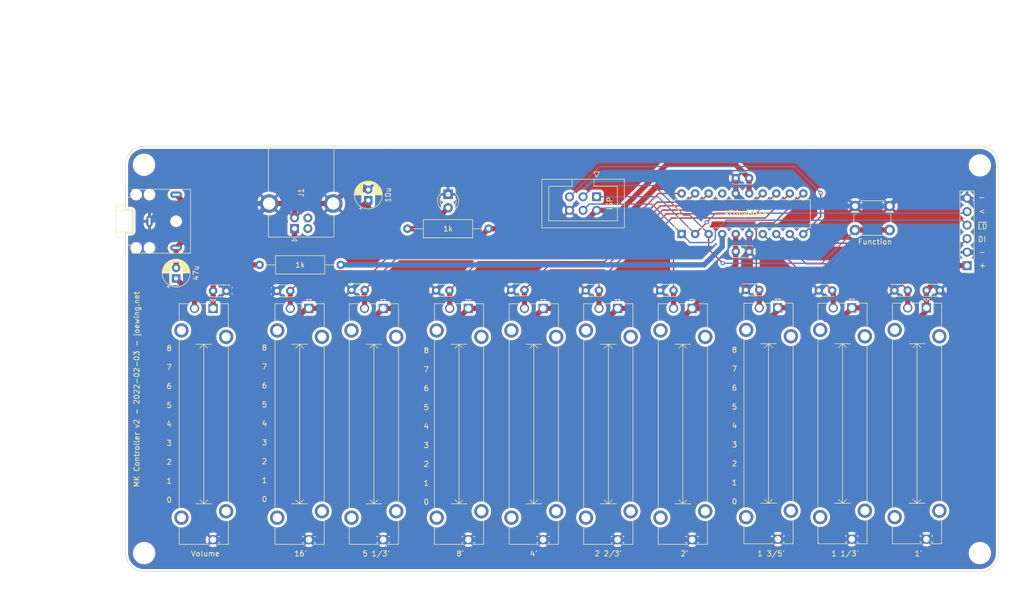
<source format=kicad_pcb>
(kicad_pcb (version 20211014) (generator pcbnew)
  (layers (0 "F.Cu" signal) (31 "B.Cu" signal) (34 "B.Paste" user) (35 "F.Paste" user) (36 "B.SilkS" user "B.Silkscreen") (37 "F.SilkS" user "F.Silkscreen") (38 "B.Mask" user) (39 "F.Mask" user) (44 "Edge.Cuts" user))
  (net 0 "")
  (net 1 "GND")
  (net 2 "AUDIO_OUT")
  (net 3 "VCC")
  (net 4 "Net-(C4-Pad1)")
  (net 6 "~{RESET}")
  (net 8 "PB1")
  (net 9 "PB2")
  (net 10 "PB0")
  (net 11 "Net-(C3-Pad1)")
  (net 12 "Net-(D1-Pad2)")
  (net 13 "Net-(U2-Pad4)")
  (net 14 "KEYS")
  (net 15 "STOP0")
  (net 16 "STOP6")
  (net 17 "STOP1")
  (net 18 "STOP7")
  (net 19 "STOP2")
  (net 20 "STOP8")
  (net 22 "STOP3")
  (net 23 "STOP4")
  (net 24 "STOP5")
  (footprint "Package_DIP:DIP-20_W7.62mm" (layer "F.Cu") (at 146.475 77.7 90)
    (fp_text reference "U2" hide)
    (fp_text value "ATtiny861A" (at 3.9 12.025 180) (layer "F.SilkS"))
    (pad "1" thru_hole rect (at 0 0 90) (size 1.6 1.6) (drill 0.8) (layers *.Cu *.Mask) (net 10 "PB0"))
    (pad "2" thru_hole oval (at 0 2.54 90) (size 1.6 1.6) (drill 0.8) (layers *.Cu *.Mask) (net 8 "PB1"))
    (pad "3" thru_hole oval (at 0 5.08 90) (size 1.6 1.6) (drill 0.8) (layers *.Cu *.Mask) (net 9 "PB2"))
    (pad "4" thru_hole oval (at 0 7.62 90) (size 1.6 1.6) (drill 0.8) (layers *.Cu *.Mask) (net 13 "Net-(U2-Pad4)"))
    (pad "5" thru_hole oval (at 0 10.16 90) (size 1.6 1.6) (drill 0.8) (layers *.Cu *.Mask) (net 3 "VCC"))
    (pad "6" thru_hole oval (at 0 12.7 90) (size 1.6 1.6) (drill 0.8) (layers *.Cu *.Mask) (net 1 "GND"))
    (pad "7" thru_hole oval (at 0 15.24 90) (size 1.6 1.6) (drill 0.8) (layers *.Cu *.Mask) (net 18 "STOP7"))
    (pad "8" thru_hole oval (at 0 17.78 90) (size 1.6 1.6) (drill 0.8) (layers *.Cu *.Mask) (net 20 "STOP8"))
    (pad "9" thru_hole oval (at 0 20.32 90) (size 1.6 1.6) (drill 0.8) (layers *.Cu *.Mask) (net 14 "KEYS"))
    (pad "10" thru_hole oval (at 0 22.86 90) (size 1.6 1.6) (drill 0.8) (layers *.Cu *.Mask) (net 6 "~{RESET}"))
    (pad "11" thru_hole oval (at 7.62 22.86 90) (size 1.6 1.6) (drill 0.8) (layers *.Cu *.Mask) (net 16 "STOP6"))
    (pad "12" thru_hole oval (at 7.62 20.32 90) (size 1.6 1.6) (drill 0.8) (layers *.Cu *.Mask) (net 24 "STOP5"))
    (pad "13" thru_hole oval (at 7.62 17.78 90) (size 1.6 1.6) (drill 0.8) (layers *.Cu *.Mask) (net 23 "STOP4"))
    (pad "14" thru_hole oval (at 7.62 15.24 90) (size 1.6 1.6) (drill 0.8) (layers *.Cu *.Mask) (net 22 "STOP3"))
    (pad "15" thru_hole oval (at 7.62 12.7 90) (size 1.6 1.6) (drill 0.8) (layers *.Cu *.Mask) (net 3 "VCC"))
    (pad "16" thru_hole oval (at 7.62 10.16 90) (size 1.6 1.6) (drill 0.8) (layers *.Cu *.Mask) (net 1 "GND"))
    (pad "17" thru_hole oval (at 7.62 7.62 90) (size 1.6 1.6) (drill 0.8) (layers *.Cu *.Mask))
    (pad "18" thru_hole oval (at 7.62 5.08 90) (size 1.6 1.6) (drill 0.8) (layers *.Cu *.Mask) (net 19 "STOP2"))
    (pad "19" thru_hole oval (at 7.62 2.54 90) (size 1.6 1.6) (drill 0.8) (layers *.Cu *.Mask) (net 17 "STOP1"))
    (pad "20" thru_hole oval (at 7.62 0 90) (size 1.6 1.6) (drill 0.8) (layers *.Cu *.Mask) (net 15 "STOP0"))
  )
  (footprint "Resistor_THT:R_Axial_DIN0309_L9.0mm_D3.2mm_P15.24mm_Horizontal" (layer "F.Cu") (at 110.2 76.7 180)
    (fp_text reference "R1" hide)
    (fp_text value "1k" (at 7.62 0 180) (layer "F.SilkS"))
    (pad "1" thru_hole circle (at 0 0 180) (size 1.6 1.6) (drill 0.8) (layers *.Cu *.Mask) (net 3 "VCC"))
    (pad "2" thru_hole oval (at 15.24 0 180) (size 1.6 1.6) (drill 0.8) (layers *.Cu *.Mask) (net 12 "Net-(D1-Pad2)"))
  )
  (footprint "Capacitor_THT:C_Disc_D3.0mm_W2.0mm_P2.50mm" (layer "F.Cu") (at 116.95 88.2 180)
    (fp_text reference "C9" hide)
    (fp_text value "0.1u" hide)
    (pad "1" thru_hole circle (at 0 0 180) (size 1.6 1.6) (drill 0.8) (layers *.Cu *.Mask) (net 22 "STOP3"))
    (pad "2" thru_hole circle (at 2.5 0 180) (size 1.6 1.6) (drill 0.8) (layers *.Cu *.Mask) (net 1 "GND"))
  )
  (footprint "Capacitor_THT:C_Disc_D3.0mm_W2.0mm_P2.50mm" (layer "F.Cu") (at 102.85 88.3 180)
    (fp_text reference "C8" hide)
    (fp_text value "0.1u" hide)
    (pad "1" thru_hole circle (at 0 0 180) (size 1.6 1.6) (drill 0.8) (layers *.Cu *.Mask) (net 19 "STOP2"))
    (pad "2" thru_hole circle (at 2.5 0 180) (size 1.6 1.6) (drill 0.8) (layers *.Cu *.Mask) (net 1 "GND"))
  )
  (footprint "Button_Switch_THT:SW_PUSH_6mm" (layer "F.Cu") (at 179.05 72.45)
    (fp_text reference "SW17" hide)
    (fp_text value "Function" (at 3.75 6.7) (layer "F.SilkS"))
    (pad "1" thru_hole circle (at 0 0 90) (size 2 2) (drill 1.1) (layers *.Cu *.Mask) (net 1 "GND"))
    (pad "1" thru_hole circle (at 6.5 0 90) (size 2 2) (drill 1.1) (layers *.Cu *.Mask) (net 1 "GND"))
    (pad "2" thru_hole circle (at 6.5 4.5 90) (size 2 2) (drill 1.1) (layers *.Cu *.Mask) (net 9 "PB2"))
    (pad "2" thru_hole circle (at 0 4.5 90) (size 2 2) (drill 1.1) (layers *.Cu *.Mask) (net 9 "PB2"))
  )
  (footprint "Potentiometer_THT:Potentiometer_Bourns_PTA3043_Single_Slide" (layer "F.Cu") (at 134.45 91.68 -90)
    (fp_text reference "RV9" hide)
    (fp_text value "2 2/3'" (at 46.12 1.75 unlocked) (layer "F.SilkS"))
    (pad "1" thru_hole rect (at 0 0 270) (size 1.75 1.75) (drill 1.2) (layers *.Cu *.Mask) (net 3 "VCC"))
    (pad "2" thru_hole circle (at 0 3.5 270) (size 1.75 1.75) (drill 1.2) (layers *.Cu *.Mask) (net 23 "STOP4"))
    (pad "3" thru_hole circle (at 43.5 0 270) (size 1.75 1.75) (drill 1.2) (layers *.Cu *.Mask) (net 1 "GND"))
    (pad "MP" thru_hole circle (at 5.35 -2.45 270) (size 2.7 2.7) (drill 1.7) (layers *.Cu *.Mask))
    (pad "MP" thru_hole circle (at 39.35 5.95 270) (size 2.7 2.7) (drill 1.7) (layers *.Cu *.Mask))
    (pad "MP" thru_hole circle (at 38.15 -2.45 270) (size 2.7 2.7) (drill 1.7) (layers *.Cu *.Mask))
    (pad "MP" thru_hole circle (at 4.15 5.95 270) (size 2.7 2.7) (drill 1.7) (layers *.Cu *.Mask))
  )
  (footprint "Potentiometer_THT:Potentiometer_Bourns_PTA3043_Single_Slide" (layer "F.Cu") (at 164.55 91.58 -90)
    (fp_text reference "RV3" hide)
    (fp_text value "1 3/5'" (at 46.22 1.25 unlocked) (layer "F.SilkS"))
    (pad "1" thru_hole rect (at 0 0 270) (size 1.75 1.75) (drill 1.2) (layers *.Cu *.Mask) (net 3 "VCC"))
    (pad "2" thru_hole circle (at 0 3.5 270) (size 1.75 1.75) (drill 1.2) (layers *.Cu *.Mask) (net 16 "STOP6"))
    (pad "3" thru_hole circle (at 43.5 0 270) (size 1.75 1.75) (drill 1.2) (layers *.Cu *.Mask) (net 1 "GND"))
    (pad "MP" thru_hole circle (at 38.15 -2.45 270) (size 2.7 2.7) (drill 1.7) (layers *.Cu *.Mask))
    (pad "MP" thru_hole circle (at 39.35 5.95 270) (size 2.7 2.7) (drill 1.7) (layers *.Cu *.Mask))
    (pad "MP" thru_hole circle (at 4.15 5.95 270) (size 2.7 2.7) (drill 1.7) (layers *.Cu *.Mask))
    (pad "MP" thru_hole circle (at 5.35 -2.45 270) (size 2.7 2.7) (drill 1.7) (layers *.Cu *.Mask))
  )
  (footprint "Capacitor_THT:C_Disc_D3.0mm_W2.0mm_P2.50mm" (layer "F.Cu") (at 144.95 88.3 180)
    (fp_text reference "C11" hide)
    (fp_text value "0.1u" hide)
    (pad "1" thru_hole circle (at 0 0 180) (size 1.6 1.6) (drill 0.8) (layers *.Cu *.Mask) (net 24 "STOP5"))
    (pad "2" thru_hole circle (at 2.5 0 180) (size 1.6 1.6) (drill 0.8) (layers *.Cu *.Mask) (net 1 "GND"))
  )
  (footprint "Connector_IDC:IDC-Header_2x03_P2.54mm_Vertical" (layer "F.Cu") (at 130.5 70.7 -90)
    (fp_text reference "J2" hide)
    (fp_text value "ISP" (at 1.2525 -2.455 90) (layer "F.SilkS"))
    (pad "1" thru_hole roundrect (at 0 0 270) (size 1.7 1.7) (drill 1) (layers *.Cu *.Mask) (roundrect_rratio 0.1470588235) (net 8 "PB1"))
    (pad "2" thru_hole circle (at 2.54 0 270) (size 1.7 1.7) (drill 1) (layers *.Cu *.Mask) (net 3 "VCC"))
    (pad "3" thru_hole circle (at 0 2.54 270) (size 1.7 1.7) (drill 1) (layers *.Cu *.Mask) (net 9 "PB2"))
    (pad "4" thru_hole circle (at 2.54 2.54 270) (size 1.7 1.7) (drill 1) (layers *.Cu *.Mask) (net 10 "PB0"))
    (pad "5" thru_hole circle (at 0 5.08 270) (size 1.7 1.7) (drill 1) (layers *.Cu *.Mask) (net 6 "~{RESET}"))
    (pad "6" thru_hole circle (at 2.54 5.08 270) (size 1.7 1.7) (drill 1) (layers *.Cu *.Mask) (net 1 "GND"))
  )
  (footprint "Connector_USB:USB_B_OST_USB-B1HSxx_Horizontal" (layer "F.Cu") (at 73.75 76.6775 90)
    (fp_text reference "J1" (at 6.76 1.25 90) (layer "F.SilkS"))
    (fp_text value "USB_B" hide)
    (pad "1" thru_hole rect (at 0 0 90) (size 1.7 1.7) (drill 0.92) (layers *.Cu *.Mask) (net 3 "VCC"))
    (pad "2" thru_hole circle (at 0 2.5 90) (size 1.7 1.7) (drill 0.92) (layers *.Cu *.Mask))
    (pad "3" thru_hole circle (at 2 2.5 90) (size 1.7 1.7) (drill 0.92) (layers *.Cu *.Mask))
    (pad "4" thru_hole circle (at 2 0 90) (size 1.7 1.7) (drill 0.92) (layers *.Cu *.Mask) (net 1 "GND"))
    (pad "5" thru_hole circle (at 4.71 7.27 90) (size 3.5 3.5) (drill 2.33) (layers *.Cu *.Mask) (net 1 "GND"))
    (pad "5" thru_hole circle (at 4.71 -4.77 90) (size 3.5 3.5) (drill 2.33) (layers *.Cu *.Mask) (net 1 "GND"))
  )
  (footprint "Capacitor_THT:C_Disc_D3.0mm_W2.0mm_P2.50mm" (layer "F.Cu") (at 86.95 88.2 180)
    (fp_text reference "C7" hide)
    (fp_text value "0.1u" hide)
    (pad "1" thru_hole circle (at 0 0 180) (size 1.6 1.6) (drill 0.8) (layers *.Cu *.Mask) (net 17 "STOP1"))
    (pad "2" thru_hole circle (at 2.5 0 180) (size 1.6 1.6) (drill 0.8) (layers *.Cu *.Mask) (net 1 "GND"))
  )
  (footprint "Capacitor_THT:C_Disc_D3.0mm_W2.0mm_P2.50mm" (layer "F.Cu") (at 174.75 88.3 180)
    (fp_text reference "C13" hide)
    (fp_text value "0.1u" hide)
    (pad "1" thru_hole circle (at 0 0 180) (size 1.6 1.6) (drill 0.8) (layers *.Cu *.Mask) (net 18 "STOP7"))
    (pad "2" thru_hole circle (at 2.5 0 180) (size 1.6 1.6) (drill 0.8) (layers *.Cu *.Mask) (net 1 "GND"))
  )
  (footprint "Potentiometer_THT:Potentiometer_Bourns_PTA3043_Single_Slide" (layer "F.Cu") (at 120.45 91.68 -90)
    (fp_text reference "RV8" hide)
    (fp_text value "4'" (at 46.12 1.75 unlocked) (layer "F.SilkS"))
    (pad "1" thru_hole rect (at 0 0 270) (size 1.75 1.75) (drill 1.2) (layers *.Cu *.Mask) (net 3 "VCC"))
    (pad "2" thru_hole circle (at 0 3.5 270) (size 1.75 1.75) (drill 1.2) (layers *.Cu *.Mask) (net 22 "STOP3"))
    (pad "3" thru_hole circle (at 43.5 0 270) (size 1.75 1.75) (drill 1.2) (layers *.Cu *.Mask) (net 1 "GND"))
    (pad "MP" thru_hole circle (at 38.15 -2.45 270) (size 2.7 2.7) (drill 1.7) (layers *.Cu *.Mask))
    (pad "MP" thru_hole circle (at 5.35 -2.45 270) (size 2.7 2.7) (drill 1.7) (layers *.Cu *.Mask))
    (pad "MP" thru_hole circle (at 39.35 5.95 270) (size 2.7 2.7) (drill 1.7) (layers *.Cu *.Mask))
    (pad "MP" thru_hole circle (at 4.15 5.95 270) (size 2.7 2.7) (drill 1.7) (layers *.Cu *.Mask))
  )
  (footprint "LED_THT:LED_D3.0mm" (layer "F.Cu") (at 102.6 70.225 -90)
    (fp_text reference "D1" hide)
    (fp_text value "LED" hide)
    (pad "1" thru_hole rect (at 0 0 270) (size 1.8 1.8) (drill 0.9) (layers *.Cu *.Mask) (net 1 "GND"))
    (pad "2" thru_hole circle (at 2.54 0 270) (size 1.8 1.8) (drill 0.9) (layers *.Cu *.Mask) (net 12 "Net-(D1-Pad2)"))
  )
  (footprint "Capacitor_THT:C_Disc_D3.0mm_W2.0mm_P2.50mm" (layer "F.Cu") (at 161.05 88.2 180)
    (fp_text reference "C12" hide)
    (fp_text value "0.1u" hide)
    (pad "1" thru_hole circle (at 0 0 180) (size 1.6 1.6) (drill 0.8) (layers *.Cu *.Mask) (net 16 "STOP6"))
    (pad "2" thru_hole circle (at 2.5 0 180) (size 1.6 1.6) (drill 0.8) (layers *.Cu *.Mask) (net 1 "GND"))
  )
  (footprint "Capacitor_THT:C_Disc_D3.0mm_W2.0mm_P2.50mm" (layer "F.Cu") (at 188.95 88.3 180)
    (fp_text reference "C14" hide)
    (fp_text value "0.1u" hide)
    (pad "1" thru_hole circle (at 0 0 180) (size 1.6 1.6) (drill 0.8) (layers *.Cu *.Mask) (net 20 "STOP8"))
    (pad "2" thru_hole circle (at 2.5 0 180) (size 1.6 1.6) (drill 0.8) (layers *.Cu *.Mask) (net 1 "GND"))
  )
  (footprint "Potentiometer_THT:Potentiometer_Bourns_PTA3043_Single_Slide" (layer "F.Cu") (at 76.45 91.68 -90)
    (fp_text reference "RV2" hide)
    (fp_text value "16'" (at 46.12 1.55 unlocked) (layer "F.SilkS"))
    (pad "1" thru_hole rect (at 0 0 270) (size 1.75 1.75) (drill 1.2) (layers *.Cu *.Mask) (net 3 "VCC"))
    (pad "2" thru_hole circle (at 0 3.5 270) (size 1.75 1.75) (drill 1.2) (layers *.Cu *.Mask) (net 15 "STOP0"))
    (pad "3" thru_hole circle (at 43.5 0 270) (size 1.75 1.75) (drill 1.2) (layers *.Cu *.Mask) (net 1 "GND"))
    (pad "MP" thru_hole circle (at 38.15 -2.45 270) (size 2.7 2.7) (drill 1.7) (layers *.Cu *.Mask))
    (pad "MP" thru_hole circle (at 39.35 5.95 270) (size 2.7 2.7) (drill 1.7) (layers *.Cu *.Mask))
    (pad "MP" thru_hole circle (at 4.15 5.95 270) (size 2.7 2.7) (drill 1.7) (layers *.Cu *.Mask))
    (pad "MP" thru_hole circle (at 5.35 -2.45 270) (size 2.7 2.7) (drill 1.7) (layers *.Cu *.Mask))
  )
  (footprint "Capacitor_THT:C_Disc_D3.0mm_W2.0mm_P2.50mm" (layer "F.Cu") (at 130.95 88.3 180)
    (fp_text reference "C10" hide)
    (fp_text value "0.1u" hide)
    (pad "1" thru_hole circle (at 0 0 180) (size 1.6 1.6) (drill 0.8) (layers *.Cu *.Mask) (net 23 "STOP4"))
    (pad "2" thru_hole circle (at 2.5 0 180) (size 1.6 1.6) (drill 0.8) (layers *.Cu *.Mask) (net 1 "GND"))
  )
  (footprint "Capacitor_THT:C_Disc_D3.0mm_W2.0mm_P2.50mm" (layer "F.Cu") (at 72.95 88.4 180)
    (fp_text reference "C6" hide)
    (fp_text value "0.1u" hide)
    (pad "1" thru_hole circle (at 0 0 180) (size 1.6 1.6) (drill 0.8) (layers *.Cu *.Mask) (net 15 "STOP0"))
    (pad "2" thru_hole circle (at 2.5 0 180) (size 1.6 1.6) (drill 0.8) (layers *.Cu *.Mask) (net 1 "GND"))
  )
  (footprint "Connector_PinHeader_2.54mm:PinHeader_1x06_P2.54mm_Vertical" (layer "F.Cu") (at 200.1 83.65 180)
    (fp_text reference "J4" hide)
    (fp_text value "Keys" hide)
    (pad "1" thru_hole rect (at 0 0 180) (size 1.7 1.7) (drill 1) (layers *.Cu *.Mask) (net 3 "VCC"))
    (pad "2" thru_hole oval (at 0 2.54 180) (size 1.7 1.7) (drill 1) (layers *.Cu *.Mask) (net 1 "GND"))
    (pad "3" thru_hole oval (at 0 5.08 180) (size 1.7 1.7) (drill 1) (layers *.Cu *.Mask) (net 14 "KEYS"))
    (pad "4" thru_hole oval (at 0 7.62 180) (size 1.7 1.7) (drill 1) (layers *.Cu *.Mask) (net 10 "PB0"))
    (pad "5" thru_hole oval (at 0 10.16 180) (size 1.7 1.7) (drill 1) (layers *.Cu *.Mask) (net 8 "PB1"))
    (pad "6" thru_hole oval (at 0 12.7 180) (size 1.7 1.7) (drill 1) (layers *.Cu *.Mask) (net 1 "GND"))
  )
  (footprint "Capacitor_THT:CP_Radial_D5.0mm_P2.00mm" (layer "F.Cu") (at 51.5 86.055113 90)
    (fp_text reference "C4" hide)
    (fp_text value "47u" (at 1 3.75 90) (layer "F.SilkS"))
    (pad "1" thru_hole rect (at 0 0 90) (size 1.6 1.6) (drill 0.8) (layers *.Cu *.Mask) (net 4 "Net-(C4-Pad1)"))
    (pad "2" thru_hole circle (at 2 0 90) (size 1.6 1.6) (drill 0.8) (layers *.Cu *.Mask) (net 2 "AUDIO_OUT"))
  )
  (footprint "Capacitor_THT:CP_Radial_D5.0mm_P2.00mm" (layer "F.Cu") (at 87.6 71.355113 90)
    (fp_text reference "C1" hide)
    (fp_text value "10u" (at 1 3.75 90) (layer "F.SilkS"))
    (pad "1" thru_hole rect (at 0 0 90) (size 1.6 1.6) (drill 0.8) (layers *.Cu *.Mask) (net 3 "VCC"))
    (pad "2" thru_hole circle (at 2 0 90) (size 1.6 1.6) (drill 0.8) (layers *.Cu *.Mask) (net 1 "GND"))
  )
  (footprint "MountingHole:MountingHole_3.2mm_M3" (layer "F.Cu") (at 45.47496 64.67487)
    (fp_text reference "H1" hide)
    (fp_text value "MountingHole" hide)
    (pad "" np_thru_hole circle (at 0 0) (size 3.2 3.2) (drill 3.2) (layers *.Cu *.Mask))
  )
  (footprint "Capacitor_THT:C_Disc_D3.0mm_W2.0mm_P2.50mm" (layer "F.Cu") (at 159.15 67.2 180)
    (fp_text reference "C5" hide)
    (fp_text value "0.1u" hide)
    (pad "1" thru_hole circle (at 0 0 180) (size 1.6 1.6) (drill 0.8) (layers *.Cu *.Mask) (net 3 "VCC"))
    (pad "2" thru_hole circle (at 2.5 0 180) (size 1.6 1.6) (drill 0.8) (layers *.Cu *.Mask) (net 1 "GND"))
  )
  (footprint "Capacitor_THT:C_Disc_D3.0mm_W2.0mm_P2.50mm" (layer "F.Cu") (at 58.45 88.4)
    (fp_text reference "C3" hide)
    (fp_text value "0.1u" hide)
    (pad "1" thru_hole circle (at 0 0) (size 1.6 1.6) (drill 0.8) (layers *.Cu *.Mask) (net 11 "Net-(C3-Pad1)"))
    (pad "2" thru_hole circle (at 2.5 0) (size 1.6 1.6) (drill 0.8) (layers *.Cu *.Mask) (net 1 "GND"))
  )
  (footprint "Capacitor_THT:C_Disc_D3.0mm_W2.0mm_P2.50mm" (layer "F.Cu") (at 156.65 81)
    (fp_text reference "C2" hide)
    (fp_text value "0.1u" hide)
    (pad "1" thru_hole circle (at 0 0) (size 1.6 1.6) (drill 0.8) (layers *.Cu *.Mask) (net 3 "VCC"))
    (pad "2" thru_hole circle (at 2.5 0) (size 1.6 1.6) (drill 0.8) (layers *.Cu *.Mask) (net 1 "GND"))
  )
  (footprint "MountingHole:MountingHole_3.2mm_M3" (layer "F.Cu") (at 202.5 137.7)
    (fp_text reference "H3" hide)
    (fp_text value "MountingHole" hide)
    (pad "" np_thru_hole circle (at 0 0) (size 3.2 3.2) (drill 3.2) (layers *.Cu *.Mask))
  )
  (footprint "Capacitor_THT:C_Disc_D3.0mm_W2.0mm_P2.50mm" (layer "F.Cu") (at 192.5 88.3)
    (fp_text reference "C15" hide)
    (fp_text value "0.1u" hide)
    (pad "1" thru_hole circle (at 0 0) (size 1.6 1.6) (drill 0.8) (layers *.Cu *.Mask) (net 3 "VCC"))
    (pad "2" thru_hole circle (at 2.5 0) (size 1.6 1.6) (drill 0.8) (layers *.Cu *.Mask) (net 1 "GND"))
  )
  (footprint "Potentiometer_THT:Potentiometer_Bourns_PTA3043_Single_Slide" (layer "F.Cu") (at 178.45 91.58 -90)
    (fp_text reference "RV5" hide)
    (fp_text value "1 1/3'" (at 46.22 1.25 unlocked) (layer "F.SilkS"))
    (pad "1" thru_hole rect (at 0 0 270) (size 1.75 1.75) (drill 1.2) (layers *.Cu *.Mask) (net 3 "VCC"))
    (pad "2" thru_hole circle (at 0 3.5 270) (size 1.75 1.75) (drill 1.2) (layers *.Cu *.Mask) (net 18 "STOP7"))
    (pad "3" thru_hole circle (at 43.5 0 270) (size 1.75 1.75) (drill 1.2) (layers *.Cu *.Mask) (net 1 "GND"))
    (pad "MP" thru_hole circle (at 39.35 5.95 270) (size 2.7 2.7) (drill 1.7) (layers *.Cu *.Mask))
    (pad "MP" thru_hole circle (at 38.15 -2.45 270) (size 2.7 2.7) (drill 1.7) (layers *.Cu *.Mask))
    (pad "MP" thru_hole circle (at 4.15 5.95 270) (size 2.7 2.7) (drill 1.7) (layers *.Cu *.Mask))
    (pad "MP" thru_hole circle (at 5.35 -2.45 270) (size 2.7 2.7) (drill 1.7) (layers *.Cu *.Mask))
  )
  (footprint "Resistor_THT:R_Axial_DIN0309_L9.0mm_D3.2mm_P15.24mm_Horizontal" (layer "F.Cu") (at 82.42 83.5 180)
    (fp_text reference "R2" hide)
    (fp_text value "1k" (at 7.62 0 180) (layer "F.SilkS"))
    (pad "1" thru_hole circle (at 0 0 180) (size 1.6 1.6) (drill 0.8) (layers *.Cu *.Mask) (net 13 "Net-(U2-Pad4)"))
    (pad "2" thru_hole oval (at 15.24 0 180) (size 1.6 1.6) (drill 0.8) (layers *.Cu *.Mask) (net 11 "Net-(C3-Pad1)"))
  )
  (footprint "Potentiometer_THT:Potentiometer_Bourns_PTA3043_Single_Slide" (layer "F.Cu") (at 58.45 91.68 -90)
    (fp_text reference "RV1" hide)
    (fp_text value "Volume" (at 46.12 1.45 unlocked) (layer "F.SilkS"))
    (pad "1" thru_hole rect (at 0 0 270) (size 1.75 1.75) (drill 1.2) (layers *.Cu *.Mask) (net 11 "Net-(C3-Pad1)"))
    (pad "2" thru_hole circle (at 0 3.5 270) (size 1.75 1.75) (drill 1.2) (layers *.Cu *.Mask) (net 4 "Net-(C4-Pad1)"))
    (pad "3" thru_hole circle (at 43.5 0 270) (size 1.75 1.75) (drill 1.2) (layers *.Cu *.Mask) (net 1 "GND"))
    (pad "MP" thru_hole circle (at 5.35 -2.45 270) (size 2.7 2.7) (drill 1.7) (layers *.Cu *.Mask))
    (pad "MP" thru_hole circle (at 38.15 -2.45 270) (size 2.7 2.7) (drill 1.7) (layers *.Cu *.Mask))
    (pad "MP" thru_hole circle (at 4.15 5.95 270) (size 2.7 2.7) (drill 1.7) (layers *.Cu *.Mask))
    (pad "MP" thru_hole circle (at 39.35 5.95 270) (size 2.7 2.7) (drill 1.7) (layers *.Cu *.Mask))
  )
  (footprint "Potentiometer_THT:Potentiometer_Bourns_PTA3043_Single_Slide" (layer "F.Cu") (at 106.4 91.68 -90)
    (fp_text reference "RV6" hide)
    (fp_text value "8'" (at 46.12 1.5 unlocked) (layer "F.SilkS"))
    (pad "1" thru_hole rect (at 0 0 270) (size 1.75 1.75) (drill 1.2) (layers *.Cu *.Mask) (net 3 "VCC"))
    (pad "2" thru_hole circle (at 0 3.5 270) (size 1.75 1.75) (drill 1.2) (layers *.Cu *.Mask) (net 19 "STOP2"))
    (pad "3" thru_hole circle (at 43.5 0 270) (size 1.75 1.75) (drill 1.2) (layers *.Cu *.Mask) (net 1 "GND"))
    (pad "MP" thru_hole circle (at 39.35 5.95 270) (size 2.7 2.7) (drill 1.7) (layers *.Cu *.Mask))
    (pad "MP" thru_hole circle (at 4.15 5.95 270) (size 2.7 2.7) (drill 1.7) (layers *.Cu *.Mask))
    (pad "MP" thru_hole circle (at 38.15 -2.45 270) (size 2.7 2.7) (drill 1.7) (layers *.Cu *.Mask))
    (pad "MP" thru_hole circle (at 5.35 -2.45 270) (size 2.7 2.7) (drill 1.7) (layers *.Cu *.Mask))
  )
  (footprint "Potentiometer_THT:Potentiometer_Bourns_PTA3043_Single_Slide" (layer "F.Cu") (at 148.45 91.68 -90)
    (fp_text reference "RV10" hide)
    (fp_text value "2'" (at 46.12 1.45 unlocked) (layer "F.SilkS"))
    (pad "1" thru_hole rect (at 0 0 270) (size 1.75 1.75) (drill 1.2) (layers *.Cu *.Mask) (net 3 "VCC"))
    (pad "2" thru_hole circle (at 0 3.5 270) (size 1.75 1.75) (drill 1.2) (layers *.Cu *.Mask) (net 24 "STOP5"))
    (pad "3" thru_hole circle (at 43.5 0 270) (size 1.75 1.75) (drill 1.2) (layers *.Cu *.Mask) (net 1 "GND"))
    (pad "MP" thru_hole circle (at 5.35 -2.45 270) (size 2.7 2.7) (drill 1.7) (layers *.Cu *.Mask))
    (pad "MP" thru_hole circle (at 4.15 5.95 270) (size 2.7 2.7) (drill 1.7) (layers *.Cu *.Mask))
    (pad "MP" thru_hole circle (at 38.15 -2.45 270) (size 2.7 2.7) (drill 1.7) (layers *.Cu *.Mask))
    (pad "MP" thru_hole circle (at 39.35 5.95 270) (size 2.7 2.7) (drill 1.7) (layers *.Cu *.Mask))
  )
  (footprint "Potentiometer_THT:Potentiometer_Bourns_PTA3043_Single_Slide" (layer "F.Cu") (at 90.4 91.68 -90)
    (fp_text reference "RV4" hide)
    (fp_text value "5 1/3'" (at 46.12 1.3 unlocked) (layer "F.SilkS"))
    (pad "1" thru_hole rect (at 0 0 270) (size 1.75 1.75) (drill 1.2) (layers *.Cu *.Mask) (net 3 "VCC"))
    (pad "2" thru_hole circle (at 0 3.5 270) (size 1.75 1.75) (drill 1.2) (layers *.Cu *.Mask) (net 17 "STOP1"))
    (pad "3" thru_hole circle (at 43.5 0 270) (size 1.75 1.75) (drill 1.2) (layers *.Cu *.Mask) (net 1 "GND"))
    (pad "MP" thru_hole circle (at 39.35 5.95 270) (size 2.7 2.7) (drill 1.7) (layers *.Cu *.Mask))
    (pad "MP" thru_hole circle (at 38.15 -2.45 270) (size 2.7 2.7) (drill 1.7) (layers *.Cu *.Mask))
    (pad "MP" thru_hole circle (at 5.35 -2.45 270) (size 2.7 2.7) (drill 1.7) (layers *.Cu *.Mask))
    (pad "MP" thru_hole circle (at 4.15 5.95 270) (size 2.7 2.7) (drill 1.7) (layers *.Cu *.Mask))
  )
  (footprint "Potentiometer_THT:Potentiometer_Bourns_PTA3043_Single_Slide" (layer "F.Cu") (at 192.45 91.58 -90)
    (fp_text reference "RV7" hide)
    (fp_text value "1'" (at 46.22 1.45 unlocked) (layer "F.SilkS"))
    (pad "1" thru_hole rect (at 0 0 270) (size 1.75 1.75) (drill 1.2) (layers *.Cu *.Mask) (net 3 "VCC"))
    (pad "2" thru_hole circle (at 0 3.5 270) (size 1.75 1.75) (drill 1.2) (layers *.Cu *.Mask) (net 20 "STOP8"))
    (pad "3" thru_hole circle (at 43.5 0 270) (size 1.75 1.75) (drill 1.2) (layers *.Cu *.Mask) (net 1 "GND"))
    (pad "MP" thru_hole circle (at 5.35 -2.45 270) (size 2.7 2.7) (drill 1.7) (layers *.Cu *.Mask))
    (pad "MP" thru_hole circle (at 4.15 5.95 270) (size 2.7 2.7) (drill 1.7) (layers *.Cu *.Mask))
    (pad "MP" thru_hole circle (at 39.35 5.95 270) (size 2.7 2.7) (drill 1.7) (layers *.Cu *.Mask))
    (pad "MP" thru_hole circle (at 38.15 -2.45 270) (size 2.7 2.7) (drill 1.7) (layers *.Cu *.Mask))
  )
  (footprint "MountingHole:MountingHole_3.2mm_M3" (layer "F.Cu") (at 202.5 64.8)
    (fp_text reference "H2" hide)
    (fp_text value "MountingHole" hide)
    (pad "" np_thru_hole circle (at 0 0) (size 3.2 3.2) (drill 3.2) (layers *.Cu *.Mask))
  )
  (footprint "Connector_Audio:Jack_3.5mm_CUI_SJ1-3523N_Horizontal" (layer "F.Cu") (at 46.5 75.3 -90)
    (fp_text reference "J3" hide)
    (fp_text value "AudioJack3" hide)
    (fp_line (start 2.2 3.5) (end 2.2 4.5) (layer "Edge.Cuts") (width 0.12))
    (fp_line (start -2.2 4.5) (end -6.5 4.5) (layer "Edge.Cuts") (width 0.12))
    (fp_line (start 1.8 3.1) (end -1.8 3.1) (layer "Edge.Cuts") (width 0.12))
    (fp_line (start 2.2 4.5) (end 6.5 4.5) (layer "Edge.Cuts") (width 0.12))
    (fp_line (start -2.2 3.5) (end -2.2 4.5) (layer "Edge.Cuts") (width 0.12))
    (fp_arc (start 1.8 3.1) (mid 2.082843 3.217157) (end 2.2 3.5) (layer "Edge.Cuts") (width 0.12))
    (fp_arc (start -2.2 3.5) (mid -2.082842 3.217158) (end -1.8 3.1) (layer "Edge.Cuts") (width 0.12))
    (pad "" np_thru_hole circle (at 5 2.5 270) (size 1.2 1.2) (drill 1.2) (layers *.Cu))
    (pad "" np_thru_hole circle (at 5 0 270) (size 1.2 1.2) (drill 1.2) (layers *.Cu))
    (pad "" np_thru_hole circle (at -5 2.5 270) (size 1.2 1.2) (drill 1.2) (layers *.Cu))
    (pad "" np_thru_hole circle (at 0 -5 270) (size 1.2 1.2) (drill 1.2) (layers *.Cu))
    (pad "" np_thru_hole circle (at -5 0 270) (size 1.2 1.2) (drill 1.2) (layers *.Cu))
    (pad "R" thru_hole oval (at -5 -5 270) (size 1.2 2.2) (drill oval 0.4 1.4) (layers *.Cu *.Mask) (net 2 "AUDIO_OUT"))
    (pad "S" thru_hole oval (at 0 0 270) (size 2.2 1.2) (drill oval 1.4 0.4) (layers *.Cu *.Mask) (net 1 "GND"))
    (pad "T" thru_hole oval (at 5 -5 90) (size 1.2 2.2) (drill oval 0.4 1.4) (layers *.Cu *.Mask) (net 2 "AUDIO_OUT"))
  )
  (footprint "MountingHole:MountingHole_3.2mm_M3" (layer "F.Cu") (at 45.5 137.7)
    (fp_text reference "H4" hide)
    (fp_text value "MountingHole" hide)
    (pad "" np_thru_hole circle (at 0 0) (size 3.2 3.2) (drill 3.2) (layers *.Cu *.Mask))
  )
  (gr_arc (start 206 137.7) (mid 204.974874 140.174874) (end 202.5 141.2) (layer "Edge.Cuts") (width 0.1))
  (gr_arc (start 202.5 61.225126) (mid 204.971783 62.217703) (end 206 64.674874) (layer "Edge.Cuts") (width 0.1))
  (gr_line (start 206 137.7) (end 206 64.674874) (layer "Edge.Cuts") (width 0.1))
  (gr_arc (start 42 64.674874) (mid 43.02666 62.208867) (end 45.5 61.2) (layer "Edge.Cuts") (width 0.1))
  (gr_line (start 42 68.8) (end 42 64.674874) (layer "Edge.Cuts") (width 0.1))
  (gr_line (start 45.5 141.2) (end 202.5 141.2) (layer "Edge.Cuts") (width 0.1))
  (gr_line (start 45.5 61.2) (end 202.5 61.225126) (layer "Edge.Cuts") (width 0.1))
  (gr_arc (start 45.5 141.2) (mid 43.025126 140.174874) (end 42 137.7) (layer "Edge.Cuts") (width 0.1))
  (gr_line (start 42 81.8) (end 42 137.7) (layer "Edge.Cuts") (width 0.1))
  (gr_text "2" (at 50.2 120.575) (layer "F.SilkS") (effects (font (size 1 1))))
  (gr_text "<" (at 202.9 73.4) (layer "F.SilkS") (effects (font (size 1 1))))
  (gr_text "+" (at 203 83.6) (layer "F.SilkS") (effects (font (size 1 1))))
  (gr_text "5" (at 98.5 110.2875) (layer "F.SilkS") (effects (font (size 1 1))))
  (gr_text "2" (at 156.4 120.875) (layer "F.SilkS") (effects (font (size 1 1))))
  (gr_text "1" (at 98.5 124.5375) (layer "F.SilkS") (effects (font (size 1 1))))
  (gr_text "7" (at 156.4 103.0625) (layer "F.SilkS") (effects (font (size 1 1))))
  (gr_text "3" (at 68.1 116.9125) (layer "F.SilkS") (effects (font (size 1 1))))
  (gr_text "5" (at 156.4 110.1875) (layer "F.SilkS") (effects (font (size 1 1))))
  (gr_text "DI" (at 202.9 78.7) (layer "F.SilkS") (effects (font (size 1 1))))
  (gr_text "8" (at 68.1 99.1) (layer "F.SilkS") (effects (font (size 1 1))))
  (gr_text "0" (at 156.4 128) (layer "F.SilkS") (effects (font (size 1 1))))
  (gr_text "1" (at 156.4 124.4375) (layer "F.SilkS") (effects (font (size 1 1))))
  (gr_text "6" (at 50.2 106.325) (layer "F.SilkS") (effects (font (size 1 1))))
  (gr_text "4" (at 68.1 113.35) (layer "F.SilkS") (effects (font (size 1 1))))
  (gr_text "0" (at 98.5 128.1) (layer "F.SilkS") (effects (font (size 1 1))))
  (gr_text "8" (at 50.2 99.2) (layer "F.SilkS") (effects (font (size 1 1))))
  (gr_text "5" (at 68.1 109.7875) (layer "F.SilkS") (effects (font (size 1 1))))
  (gr_text "MK Controller v2 - 2022-02-03 - joewing.net" (at 44.1 106.9 90) (layer "F.SilkS") (effects (font (size 1 1))))
  (gr_text "4" (at 98.5 113.85) (layer "F.SilkS") (effects (font (size 1 1))))
  (gr_text "4" (at 50.2 113.45) (layer "F.SilkS") (effects (font (size 1 1))))
  (gr_text "7" (at 68.1 102.6625) (layer "F.SilkS") (effects (font (size 1 1))))
  (gr_text "8" (at 98.5 99.6) (layer "F.SilkS") (effects (font (size 1 1))))
  (gr_text "1" (at 50.2 124.1375) (layer "F.SilkS") (effects (font (size 1 1))))
  (gr_text "3" (at 98.5 117.4125) (layer "F.SilkS") (effects (font (size 1 1))))
  (gr_text "-" (at 202.9 70.8) (layer "F.SilkS") (effects (font (size 1 1))))
  (gr_text "2" (at 98.5 120.975) (layer "F.SilkS") (effects (font (size 1 1))))
  (gr_text "2" (at 68.1 120.475) (layer "F.SilkS") (effects (font (size 1 1))))
  (gr_text "-" (at 202.9 81.1) (layer "F.SilkS") (effects (font (size 1 1))))
  (gr_text "6" (at 98.5 106.725) (layer "F.SilkS") (effects (font (size 1 1))))
  (gr_text "5" (at 50.2 109.8875) (layer "F.SilkS") (effects (font (size 1 1))))
  (gr_text "4" (at 156.4 113.75) (layer "F.SilkS") (effects (font (size 1 1))))
  (gr_text "0" (at 68.1 127.6) (layer "F.SilkS") (effects (font (size 1 1))))
  (gr_text "3" (at 156.4 117.3125) (layer "F.SilkS") (effects (font (size 1 1))))
  (gr_text "6" (at 156.4 106.625) (layer "F.SilkS") (effects (font (size 1 1))))
  (gr_text "1" (at 68.1 124.0375) (layer "F.SilkS") (effects (font (size 1 1))))
  (gr_text "7" (at 50.2 102.7625) (layer "F.SilkS") (effects (font (size 1 1))))
  (gr_text "6" (at 68.1 106.225) (layer "F.SilkS") (effects (font (size 1 1))))
  (gr_text "0" (at 50.2 127.7) (layer "F.SilkS") (effects (font (size 1 1))))
  (gr_text "8" (at 156.4 99.5) (layer "F.SilkS") (effects (font (size 1 1))))
  (gr_text "~{LD}" (at 203 76.3) (layer "F.SilkS") (effects (font (size 1 1))))
  (gr_text "7" (at 98.5 103.1625) (layer "F.SilkS") (effects (font (size 1 1))))
  (gr_text "3" (at 50.2 117.0125) (layer "F.SilkS") (effects (font (size 1 1))))
  (segment (start 81.02 71.9675) (end 74.1675 71.9675) (width 1) (layer "F.Cu") (net 1))
  (segment (start 156.65 70.065) (end 156.635 70.08) (width 1) (layer "F.Cu") (net 1))
  (segment (start 73.75 74.6775) (end 73.75 72.385) (width 1) (layer "F.Cu") (net 1))
  (segment (start 158.55 81.6) (end 159.15 81) (width 1) (layer "F.Cu") (net 1))
  (segment (start 159.175 80.975) (end 159.15 81) (width 1) (layer "F.Cu") (net 1))
  (segment (start 156.65 67.2) (end 156.65 70.065) (width 1) (layer "F.Cu") (net 1))
  (segment (start 83.632387 69.355113) (end 87.6 69.355113) (width 1) (layer "F.Cu") (net 1))
  (segment (start 73.75 72.385) (end 74.1675 71.9675) (width 1) (layer "F.Cu") (net 1))
  (segment (start 74.1675 71.9675) (end 68.98 71.9675) (width 1) (layer "F.Cu") (net 1))
  (segment (start 81.02 71.9675) (end 83.632387 69.355113) (width 1) (layer "F.Cu") (net 1))
  (segment (start 159.175 77.7) (end 159.175 80.975) (width 1) (layer "F.Cu") (net 1))
  (segment (start 158.55 88.2) (end 158.55 81.6) (width 1) (layer "F.Cu") (net 1))
  (segment (start 119.2 85.4) (end 117.25 85.4) (width 1) (layer "B.Cu") (net 1))
  (segment (start 188.1 85.4) (end 175.8 85.4) (width 1) (layer "B.Cu") (net 1))
  (segment (start 186.45 86.45) (end 186.45 88.3) (width 1) (layer "B.Cu") (net 1))
  (segment (start 92 85.4) (end 88.2 85.4) (width 1) (layer "B.Cu") (net 1))
  (segment (start 58.45 135.18) (end 76.45 135.18) (width 1) (layer "B.Cu") (net 1))
  (segment (start 185.55 72.45) (end 179.05 72.45) (width 1) (layer "B.Cu") (net 1))
  (segment (start 187.5 85.4) (end 186.45 86.45) (width 1) (layer "B.Cu") (net 1))
  (segment (start 90.4 135.18) (end 106.4 135.18) (width 1) (layer "B.Cu") (net 1))
  (segment (start 175.8 85.4) (end 175.15 85.4) (width 1) (layer "B.Cu") (net 1))
  (segment (start 196.02 135.08) (end 192.45 135.08) (width 1) (layer "B.Cu") (net 1))
  (segment (start 161.35 85.4) (end 158.55 88.2) (width 1) (layer "B.Cu") (net 1))
  (segment (start 203 82.807919) (end 203 73.85) (width 1) (layer "B.Cu") (net 1))
  (segment (start 120.45 135.18) (end 134.45 135.18) (width 1) (layer "B.Cu") (net 1))
  (segment (start 175.15 85.4) (end 172.25 88.3) (width 1) (layer "B.Cu") (net 1))
  (segment (start 203 73.85) (end 200.1 70.95) (width 1) (layer "B.Cu") (net 1))
  (segment (start 70.45 88.4) (end 72.625 86.225) (width 1) (layer "B.Cu") (net 1))
  (segment (start 60.95 79.9975) (end 68.98 71.9675) (width 1) (layer "B.Cu") (net 1))
  (segment (start 178.45 135.08) (end 192.45 135.08) (width 1) (layer "B.Cu") (net 1))
  (segment (start 203 86.3) (end 198.1 91.2) (width 1) (layer "B.Cu") (net 1))
  (segment (start 147.7 85.4) (end 145.35 85.4) (width 1) (layer "B.Cu") (net 1))
  (segment (start 187.05 70.95) (end 185.55 72.45) (width 1) (layer "B.Cu") (net 1))
  (segment (start 197.9 133.2) (end 196.02 135.08) (width 1) (layer "B.Cu") (net 1))
  (segment (start 195 88.3) (end 197.9 91.2) (width 1) (layer "B.Cu") (net 1))
  (segment (start 162.6 85.4) (end 147.7 85.4) (width 1) (layer "B.Cu") (net 1))
  (segment (start 145.35 85.4) (end 142.45 88.3) (width 1) (layer "B.Cu") (net 1))
  (segment (start 200.1 81.11) (end 201.302081 81.11) (width 1) (layer "B.Cu") (net 1))
  (segment (start 76.45 135.18) (end 90.4 135.18) (width 1) (layer "B.Cu") (net 1))
  (segment (start 200.1 70.95) (end 187.05 70.95) (width 1) (layer "B.Cu") (net 1))
  (segment (start 106.4 135.18) (end 120.45 135.18) (width 1) (layer "B.Cu") (net 1))
  (segment (start 198.1 91.2) (end 197.9 91.2) (width 1) (layer "B.Cu") (net 1))
  (segment (start 49.8325 71.9675) (end 46.5 75.3) (width 1) (layer "B.Cu") (net 1))
  (segment (start 162.6 85.4) (end 161.35 85.4) (width 1) (layer "B.Cu") (net 1))
  (segment (start 188.1 85.4) (end 187.5 85.4) (width 1) (layer "B.Cu") (net 1))
  (segment (start 92 85.4) (end 73.45 85.4) (width 1) (layer "B.Cu") (net 1))
  (segment (start 203 82.807919) (end 203 86.3) (width 1) (layer "B.Cu") (net 1))
  (segment (start 175.8 85.4) (end 162.6 85.4) (width 1) (layer "B.Cu") (net 1))
  (segment (start 103.25 85.4) (end 100.35 88.3) (width 1) (layer "B.Cu") (net 1))
  (segment (start 164.55 135.08) (end 178.45 135.08) (width 1) (layer "B.Cu") (net 1))
  (segment (start 131.35 85.4) (end 128.45 88.3) (width 1) (layer "B.Cu") (net 1))
  (segment (start 164.45 135.18) (end 164.55 135.08) (width 1) (layer "B.Cu") (net 1))
  (segment (start 132.8 85.4) (end 131.35 85.4) (width 1) (layer "B.Cu") (net 1))
  (segment (start 132.8 85.4) (end 119.2 85.4) (width 1) (layer "B.Cu") (net 1))
  (segment (start 192.1 85.4) (end 188.1 85.4) (width 1) (layer "B.Cu") (net 1))
  (segment (start 87.25 85.4) (end 84.45 88.2) (width 1) (layer "B.Cu") (net 1))
  (segment (start 148.45 135.18) (end 164.45 135.18) (width 1) (layer "B.Cu") (net 1))
  (segment (start 147.7 85.4) (end 132.8 85.4) (width 1) (layer "B.Cu") (net 1))
  (segment (start 119.2 85.4) (end 105.9 85.4) (width 1) (layer "B.Cu") (net 1))
  (segment (start 73.45 85.4) (end 72.625 86.225) (width 1) (layer "B.Cu") (net 1))
  (segment (start 159.005 72.45) (end 179.05 72.45) (width 1) (layer "B.Cu") (net 1))
  (segment (start 117.25 85.4) (end 114.45 88.2) (width 1) (layer "B.Cu") (net 1))
  (segment (start 105.9 85.4) (end 103.25 85.4) (width 1) (layer "B.Cu") (net 1))
  (segment (start 156.635 70.08) (end 159.005 72.45) (width 1) (layer "B.Cu") (net 1))
  (segment (start 60.95 88.4) (end 70.45 88.4) (width 1) (layer "B.Cu") (net 1))
  (segment (start 60.95 88.4) (end 60.95 79.9975) (width 1) (layer "B.Cu") (net 1))
  (segment (start 197.9 91.2) (end 197.9 133.2) (width 1) (layer "B.Cu") (net 1))
  (segment (start 134.45 135.18) (end 148.45 135.18) (width 1) (layer "B.Cu") (net 1))
  (segment (start 68.98 71.9675) (end 49.8325 71.9675) (width 1) (layer "B.Cu") (net 1))
  (segment (start 201.302081 81.11) (end 203 82.807919) (width 1) (layer "B.Cu") (net 1))
  (segment (start 195 88.3) (end 192.1 85.4) (width 1) (layer "B.Cu") (net 1))
  (segment (start 88.2 85.4) (end 87.25 85.4) (width 1) (layer "B.Cu") (net 1))
  (segment (start 105.9 85.4) (end 92 85.4) (width 1) (layer "B.Cu") (net 1))
  (segment (start 54 77.8) (end 54 72.8) (width 1) (layer "F.Cu") (net 2))
  (segment (start 51.5 84.055113) (end 51.5 80.3) (width 1) (layer "F.Cu") (net 2))
  (segment (start 54 72.8) (end 51.5 70.3) (width 1) (layer "F.Cu") (net 2))
  (segment (start 51.5 80.3) (end 54 77.8) (width 1) (layer "F.Cu") (net 2))
  (segment (start 156.55 64.6) (end 143.7 64.6) (width 1) (layer "F.Cu") (net 3))
  (segment (start 192.45 91.58) (end 192.45 88.35) (width 1) (layer "F.Cu") (net 3))
  (segment (start 197.15 83.65) (end 200.1 83.65) (width 1) (layer "F.Cu") (net 3))
  (segment (start 157.469138 91.7) (end 156.7 91.7) (width 1) (layer "F.Cu") (net 3))
  (segment (start 143.055 93.255) (end 143.155 93.255) (width 1) (layer "F.Cu") (net 3))
  (segment (start 72.08 93.78) (end 68.1 89.8) (width 1) (layer "F.Cu") (net 3))
  (segment (start 188.5 94.3) (end 190.3 94.3) (width 1) (layer "F.Cu") (net 3))
  (segment (start 76.02 91.68) (end 73.92 93.78) (width 1) (layer "F.Cu") (net 3))
  (segment (start 192.5 88.3) (end 197.15 83.65) (width 1) (layer "F.Cu") (net 3))
  (segment (start 159.15 67.2) (end 156.55 64.6) (width 1) (layer "F.Cu") (net 3))
  (segment (start 173.6 93.8) (end 176.3 93.8) (width 1) (layer "F.Cu") (net 3))
  (segment (start 156.7 91.7) (end 156.68 91.68) (width 1) (layer "F.Cu") (net 3))
  (segment (start 116.5 94.3) (end 117.83 94.3) (width 1) (layer "F.Cu") (net 3))
  (segment (start 176.3 93.8) (end 178.45 91.65) (width 1) (layer "F.Cu") (net 3))
  (segment (start 128.08 91.68) (end 120.45 91.68) (width 1) (layer "F.Cu") (net 3))
  (segment (start 110.2 76.7) (end 127.04 76.7) (width 1) (layer "F.Cu") (net 3))
  (segment (start 76.45 91.68) (end 83.62 91.68) (width 1) (layer "F.Cu") (net 3))
  (segment (start 159.15 67.2) (end 159.15 70.055) (width 1) (layer "F.Cu") (net 3))
  (segment (start 185.78 91.58) (end 188.5 94.3) (width 1) (layer "F.Cu") (net 3))
  (segment (start 156.68 91.68) (end 148.45 91.68) (width 1) (layer "F.Cu") (net 3))
  (segment (start 156.635 80.985) (end 156.65 81) (width 1) (layer "F.Cu") (net 3))
  (segment (start 106.4 91.68) (end 104.38 93.7) (width 1) (layer "F.Cu") (net 3))
  (segment (start 117.83 94.3) (end 120.45 91.68) (width 1) (layer "F.Cu") (net 3))
  (segment (start 68.1 86.2) (end 73.75 80.55) (width 1) (layer "F.Cu") (net 3))
  (segment (start 104.38 93.7) (end 101.7 93.7) (width 1) (layer "F.Cu") (net 3))
  (segment (start 156.65 81) (end 156.65 83.48) (width 1) (layer "F.Cu") (net 3))
  (segment (start 164.55 92.05) (end 164.55 91.58) (width 1) (layer "F.Cu") (net 3))
  (segment (start 88.3 93.78) (end 85.72 93.78) (width 1) (layer "F.Cu") (net 3))
  (segment (start 190.3 94.3) (end 192.45 92.15) (width 1) (layer "F.Cu") (net 3))
  (segment (start 99.68 91.68) (end 101.7 93.7) (width 1) (layer "F.Cu") (net 3))
  (segment (start 143.155 93.255) (end 144 94.1) (width 1) (layer "F.Cu") (net 3))
  (segment (start 134.45 91.68) (end 141.48 91.68) (width 1) (layer "F.Cu") (net 3))
  (segment (start 135.06 73.24) (end 130.5 73.24) (width 1) (layer "F.Cu") (net 3))
  (segment (start 110.2 76.7) (end 107.7 79.2) (width 1) (layer "F.Cu") (net 3))
  (segment (start 192.45 88.35) (end 192.5 88.3) (width 1) (layer "F.Cu") (net 3))
  (segment (start 143.7 64.6) (end 135.06 73.24) (width 1) (layer "F.Cu") (net 3))
  (segment (start 159.15 70.055) (end 159.175 70.08) (width 1) (layer "F.Cu") (net 3))
  (segment (start 106.4 91.68) (end 113.88 91.68) (width 1) (layer "F.Cu") (net 3))
  (segment (start 78.405113 80.55) (end 87.6 71.355113) (width 1) (layer "F.Cu") (net 3))
  (segment (start 164.55 91.58) (end 171.38 91.58) (width 1) (layer "F.Cu") (net 3))
  (segment (start 162.8 93.8) (end 164.55 92.05) (width 1) (layer "F.Cu") (net 3))
  (segment (start 178.45 91.58) (end 185.78 91.58) (width 1) (layer "F.Cu") (net 3))
  (segment (start 192.45 92.15) (end 192.45 91.58) (width 1) (layer "F.Cu") (net 3))
  (segment (start 73.75 80.55) (end 78.405113 80.55) (width 1) (layer "F.Cu") (net 3))
  (segment (start 157.8 91.7) (end 159.9 93.8) (width 1) (layer "F.Cu") (net 3))
  (segment (start 127.04 76.7) (end 130.5 73.24) (width 1) (layer "F.Cu") (net 3))
  (segment (start 146.03 94.1) (end 148.45 91.68) (width 1) (layer "F.Cu") (net 3))
  (segment (start 156.635 77.7) (end 156.635 80.985) (width 1) (layer "F.Cu") (net 3))
  (segment (start 156.65 83.48) (end 148.45 91.68) (width 1) (layer "F.Cu") (net 3))
  (segment (start 178.45 91.65) (end 178.45 91.58) (width 1) (layer "F.Cu") (net 3))
  (segment (start 130.7 94.3) (end 128.08 91.68) (width 1) (layer "F.Cu") (net 3))
  (segment (start 76.45 91.68) (end 76.02 91.68) (width 1) (layer "F.Cu") (net 3))
  (segment (start 141.48 91.68) (end 143.055 93.255) (width 1) (layer "F.Cu") (net 3))
  (segment (start 90.4 91.68) (end 99.68 91.68) (width 1) (layer "F.Cu") (net 3))
  (segment (start 131.83 94.3) (end 130.7 94.3) (width 1) (layer "F.Cu") (net 3))
  (segment (start 73.75 76.6775) (end 73.75 80.55) (width 1) (layer "F.Cu") (net 3))
  (segment (start 90.1 79.2) (end 87.6 76.7) (width 1) (layer "F.Cu") (net 3))
  (segment (start 159.9 93.8) (end 162.8 93.8) (width 1) (layer "F.Cu") (net 3))
  (segment (start 144 94.1) (end 146.03 94.1) (width 1) (layer "F.Cu") (net 3))
  (segment (start 87.6 76.7) (end 87.6 71.355113) (width 1) (layer "F.Cu") (net 3))
  (segment (start 90.4 91.68) (end 88.3 93.78) (width 1) (layer "F.Cu") (net 3))
  (segment (start 134.45 91.68) (end 131.83 94.3) (width 1) (layer "F.Cu") (net 3))
  (segment (start 157.469138 91.7) (end 157.8 91.7) (width 1) (layer "F.Cu") (net 3))
  (segment (start 68.1 89.8) (end 68.1 86.2) (width 1) (layer "F.Cu") (net 3))
  (segment (start 107.7 79.2) (end 90.1 79.2) (width 1) (layer "F.Cu") (net 3))
  (segment (start 113.88 91.68) (end 116.5 94.3) (width 1) (layer "F.Cu") (net 3))
  (segment (start 73.92 93.78) (end 72.08 93.78) (width 1) (layer "F.Cu") (net 3))
  (segment (start 83.62 91.68) (end 85.72 93.78) (width 1) (layer "F.Cu") (net 3))
  (segment (start 171.38 91.58) (end 173.6 93.8) (width 1) (layer "F.Cu") (net 3))
  (segment (start 54.95 89.505113) (end 51.5 86.055113) (width 1) (layer "F.Cu") (net 4))
  (segment (start 54.95 91.68) (end 54.95 89.505113) (width 1) (layer "F.Cu") (net 4))
  (segment (start 172.6 74.435) (end 172.6 70) (width 0.25) (layer "F.Cu") (net 6))
  (segment (start 169.335 77.7) (end 172.6 74.435) (width 0.25) (layer "F.Cu") (net 6))
  (via (at 172.6 70) (size 0.8) (drill 0.4) (layers "F.Cu" "B.Cu") (net 6))
  (segment (start 167.6 65) (end 131.12 65) (width 0.25) (layer "B.Cu") (net 6))
  (segment (start 131.12 65) (end 125.42 70.7) (width 0.25) (layer "B.Cu") (net 6))
  (segment (start 172.6 70) (end 167.6 65) (width 0.25) (layer "B.Cu") (net 6))
  (segment (start 151.2 75.515) (end 149.015 77.7) (width 0.25) (layer "F.Cu") (net 8))
  (segment (start 151.2 75.5) (end 151.2 75.515) (width 0.25) (layer "F.Cu") (net 8))
  (via (at 151.2 75.5) (size 0.8) (drill 0.4) (layers "F.Cu" "B.Cu") (net 8))
  (segment (start 200.1 73.49) (end 199.815 73.775) (width 0.25) (layer "B.Cu") (net 8))
  (segment (start 199.815 73.775) (end 152.925 73.775) (width 0.25) (layer "B.Cu") (net 8))
  (segment (start 152.925 73.775) (end 151.2 75.5) (width 0.25) (layer "B.Cu") (net 8))
  (segment (start 142.015 70.7) (end 130.5 70.7) (width 0.25) (layer "B.Cu") (net 8))
  (segment (start 149.015 77.7) (end 142.015 70.7) (width 0.25) (layer "B.Cu") (net 8))
  (segment (start 151.555 77.7) (end 151.555 80.555) (width 0.25) (layer "F.Cu") (net 9))
  (segment (start 179.05 76.95) (end 185.55 76.95) (width 1) (layer "F.Cu") (net 9))
  (segment (start 151.555 80.555) (end 154.2 83.2) (width 0.25) (layer "F.Cu") (net 9))
  (via (at 154.2 83.2) (size 0.8) (drill 0.4) (layers "F.Cu" "B.Cu") (net 9))
  (segment (start 130.06 68.6) (end 141.3 68.6) (width 0.25) (layer "B.Cu") (net 9))
  (segment (start 146.8725 74.1725) (end 148.0275 74.1725) (width 0.25) (layer "B.Cu") (net 9))
  (segment (start 141.3 68.6) (end 146.8725 74.1725) (width 0.25) (layer "B.Cu") (net 9))
  (segment (start 172.8 83.2) (end 179.05 76.95) (width 0.25) (layer "B.Cu") (net 9))
  (segment (start 127.96 70.7) (end 130.06 68.6) (width 0.25) (layer "B.Cu") (net 9))
  (segment (start 148.0275 74.1725) (end 151.555 77.7) (width 0.25) (layer "B.Cu") (net 9))
  (segment (start 154.2 83.2) (end 172.8 83.2) (width 0.25) (layer "B.Cu") (net 9))
  (segment (start 129.135 72.065) (end 127.96 73.24) (width 0.25) (layer "B.Cu") (net 10))
  (segment (start 200.1 76.03) (end 199.17 75.1) (width 0.25) (layer "B.Cu") (net 10))
  (segment (start 154.9 75.1) (end 152.8 77.2) (width 0.25) (layer "B.Cu") (net 10))
  (segment (start 148.075 79.3) (end 146.475 77.7) (width 0.25) (layer "B.Cu") (net 10))
  (segment (start 152.8 77.2) (end 152.8 78.6) (width 0.25) (layer "B.Cu") (net 10))
  (segment (start 146.475 77.7) (end 140.84 72.065) (width 0.25) (layer "B.Cu") (net 10))
  (segment (start 152.8 78.6) (end 152.1 79.3) (width 0.25) (layer "B.Cu") (net 10))
  (segment (start 199.17 75.1) (end 154.9 75.1) (width 0.25) (layer "B.Cu") (net 10))
  (segment (start 140.84 72.065) (end 129.135 72.065) (width 0.25) (layer "B.Cu") (net 10))
  (segment (start 152.1 79.3) (end 148.075 79.3) (width 0.25) (layer "B.Cu") (net 10))
  (segment (start 58.45 88.4) (end 58.45 86.65) (width 1) (layer "F.Cu") (net 11))
  (segment (start 61.6 83.5) (end 58.45 86.65) (width 1) (layer "F.Cu") (net 11))
  (segment (start 67.18 83.5) (end 61.6 83.5) (width 1) (layer "F.Cu") (net 11))
  (segment (start 58.45 91.68) (end 58.45 88.4) (width 1) (layer "F.Cu") (net 11))
  (segment (start 98.665 76.7) (end 102.6 72.765) (width 1) (layer "F.Cu") (net 12))
  (segment (start 94.96 76.7) (end 98.665 76.7) (width 1) (layer "F.Cu") (net 12))
  (segment (start 154.095 80.105) (end 150.7 83.5) (width 1) (layer "B.Cu") (net 13))
  (segment (start 82.42 83.5) (end 150.7 83.5) (width 1) (layer "B.Cu") (net 13))
  (segment (start 154.095 77.7) (end 154.095 80.105) (width 1) (layer "B.Cu") (net 13))
  (segment (start 199.25 79.42) (end 168.515 79.42) (width 0.25) (layer "F.Cu") (net 14))
  (segment (start 200.1 78.57) (end 199.25 79.42) (width 0.25) (layer "F.Cu") (net 14))
  (segment (start 168.515 79.42) (end 166.795 77.7) (width 0.25) (layer "F.Cu") (net 14))
  (segment (start 92.3 81) (end 88.675 84.625) (width 0.25) (layer "F.Cu") (net 15))
  (segment (start 92.3 81) (end 131.2 81) (width 0.25) (layer "F.Cu") (net 15))
  (segment (start 76.725 84.625) (end 72.95 88.4) (width 0.25) (layer "F.Cu") (net 15))
  (segment (start 88.675 84.625) (end 76.725 84.625) (width 0.25) (layer "F.Cu") (net 15))
  (segment (start 72.95 91.68) (end 72.95 88.4) (width 1) (layer "F.Cu") (net 15))
  (segment (start 142.12 70.08) (end 146.475 70.08) (width 0.25) (layer "F.Cu") (net 15))
  (segment (start 131.2 81) (end 142.12 70.08) (width 0.25) (layer "F.Cu") (net 15))
  (segment (start 160.5 87.65) (end 161.05 88.2) (width 0.25) (layer "F.Cu") (net 16))
  (segment (start 161.05 91.58) (end 161.05 88.2) (width 1) (layer "F.Cu") (net 16))
  (segment (start 161.2 75.6) (end 160.5 76.3) (width 0.25) (layer "F.Cu") (net 16))
  (segment (start 163.815 75.6) (end 161.2 75.6) (width 0.25) (layer "F.Cu") (net 16))
  (segment (start 169.335 70.08) (end 163.815 75.6) (width 0.25) (layer "F.Cu") (net 16))
  (segment (start 160.5 76.3) (end 160.5 87.65) (width 0.25) (layer "F.Cu") (net 16))
  (segment (start 86.9 88.25) (end 86.95 88.2) (width 1) (layer "F.Cu") (net 17))
  (segment (start 141.9 71.7) (end 131.6 82) (width 0.25) (layer "F.Cu") (net 17))
  (segment (start 86.9 91.68) (end 86.9 88.25) (width 1) (layer "F.Cu") (net 17))
  (segment (start 147.395 71.7) (end 141.9 71.7) (width 0.25) (layer "F.Cu") (net 17))
  (segment (start 93.15 82) (end 86.95 88.2) (width 0.25) (layer "F.Cu") (net 17))
  (segment (start 131.6 82) (end 93.15 82) (width 0.25) (layer "F.Cu") (net 17))
  (segment (start 149.015 70.08) (end 147.395 71.7) (width 0.25) (layer "F.Cu") (net 17))
  (segment (start 170.75 84.3) (end 168.315 84.3) (width 0.25) (layer "F.Cu") (net 18))
  (segment (start 174.75 88.3) (end 170.75 84.3) (width 0.25) (layer "F.Cu") (net 18))
  (segment (start 174.95 91.58) (end 174.95 88.5) (width 1) (layer "F.Cu") (net 18))
  (segment (start 168.315 84.3) (end 161.715 77.7) (width 0.25) (layer "F.Cu") (net 18))
  (segment (start 174.95 88.5) (end 174.75 88.3) (width 1) (layer "F.Cu") (net 18))
  (segment (start 142.5 72.4) (end 132 82.9) (width 0.25) (layer "F.Cu") (net 19))
  (segment (start 151.555 70.08) (end 149.235 72.4) (width 0.25) (layer "F.Cu") (net 19))
  (segment (start 102.9 88.35) (end 102.85 88.3) (width 1) (layer "F.Cu") (net 19))
  (segment (start 132 82.9) (end 108.25 82.9) (width 0.25) (layer "F.Cu") (net 19))
  (segment (start 108.25 82.9) (end 102.85 88.3) (width 0.25) (layer "F.Cu") (net 19))
  (segment (start 102.9 91.68) (end 102.9 88.35) (width 1) (layer "F.Cu") (net 19))
  (segment (start 149.235 72.4) (end 142.5 72.4) (width 0.25) (layer "F.Cu") (net 19))
  (segment (start 188.95 91.58) (end 188.95 88.3) (width 1) (layer "F.Cu") (net 20))
  (segment (start 164.255 77.7) (end 169.855 83.3) (width 0.25) (layer "F.Cu") (net 20))
  (segment (start 183.95 83.3) (end 188.95 88.3) (width 0.25) (layer "F.Cu") (net 20))
  (segment (start 169.855 83.3) (end 183.95 83.3) (width 0.25) (layer "F.Cu") (net 20))
  (segment (start 158.595 73.2) (end 161.715 70.08) (width 0.25) (layer "F.Cu") (net 22))
  (segment (start 116.95 88.2) (end 121.45 83.7) (width 0.25) (layer "F.Cu") (net 22))
  (segment (start 116.95 91.68) (end 116.95 88.2) (width 1) (layer "F.Cu") (net 22))
  (segment (start 132.4 83.7) (end 142.9 73.2) (width 0.25) (layer "F.Cu") (net 22))
  (segment (start 121.45 83.7) (end 132.4 83.7) (width 0.25) (layer "F.Cu") (net 22))
  (segment (start 142.9 73.2) (end 158.595 73.2) (width 0.25) (layer "F.Cu") (net 22))
  (segment (start 130.95 86.55) (end 130.95 88.3) (width 0.25) (layer "F.Cu") (net 23))
  (segment (start 143.6 73.9) (end 130.95 86.55) (width 0.25) (layer "F.Cu") (net 23))
  (segment (start 130.95 91.68) (end 130.95 88.3) (width 1) (layer "F.Cu") (net 23))
  (segment (start 164.255 70.08) (end 160.435 73.9) (width 0.25) (layer "F.Cu") (net 23))
  (segment (start 160.435 73.9) (end 143.6 73.9) (width 0.25) (layer "F.Cu") (net 23))
  (segment (start 144.95 91.68) (end 144.95 88.3) (width 1) (layer "F.Cu") (net 24))
  (segment (start 144.6 74.7) (end 143.5 75.8) (width 0.25) (layer "F.Cu") (net 24))
  (segment (start 166.795 70.08) (end 162.175 74.7) (width 0.25) (layer "F.Cu") (net 24))
  (segment (start 144.95 81.55) (end 144.95 88.3) (width 0.25) (layer "F.Cu") (net 24))
  (segment (start 162.175 74.7) (end 144.6 74.7) (width 0.25) (layer "F.Cu") (net 24))
  (segment (start 143.5 80.1) (end 144.95 81.55) (width 0.25) (layer "F.Cu") (net 24))
  (segment (start 143.5 75.8) (end 143.5 80.1) (width 0.25) (layer "F.Cu") (net 24))
  (zone (net 1) (net_name "GND") (layer "F.Cu") (connect_pads (clearance 0.508)) (min_thickness 0.254) (fill yes (thermal_gap 0.508) (thermal_bridge_width 0.508))
    (polygon (pts (xy 208.7 144.4) (xy 37.6 143.6) (xy 35.6 36.2) (xy 210.8 34.5)))
  )
  (zone (net 1) (net_name "GND") (layer "B.Cu") (connect_pads (clearance 0.508)) (min_thickness 0.254) (fill yes (thermal_gap 0.508) (thermal_bridge_width 0.508))
    (polygon (pts (xy 209.6 145.2) (xy 38 142.8) (xy 39.2 33.7) (xy 208.7 36.2)))
  )
)
</source>
